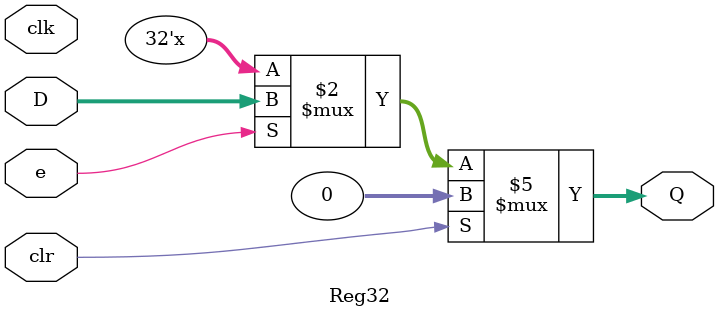
<source format=v>
module Reg32(D, Q, clk, clr, e);
 input [31:0] D;
 input clk;
 input clr;
 input e; 
 output reg [31:0] Q; 
 
 always @(*)
	if (clr) begin
		Q <= 0; 
	end else if(e) begin 
		Q <= D;
	end
endmodule
</source>
